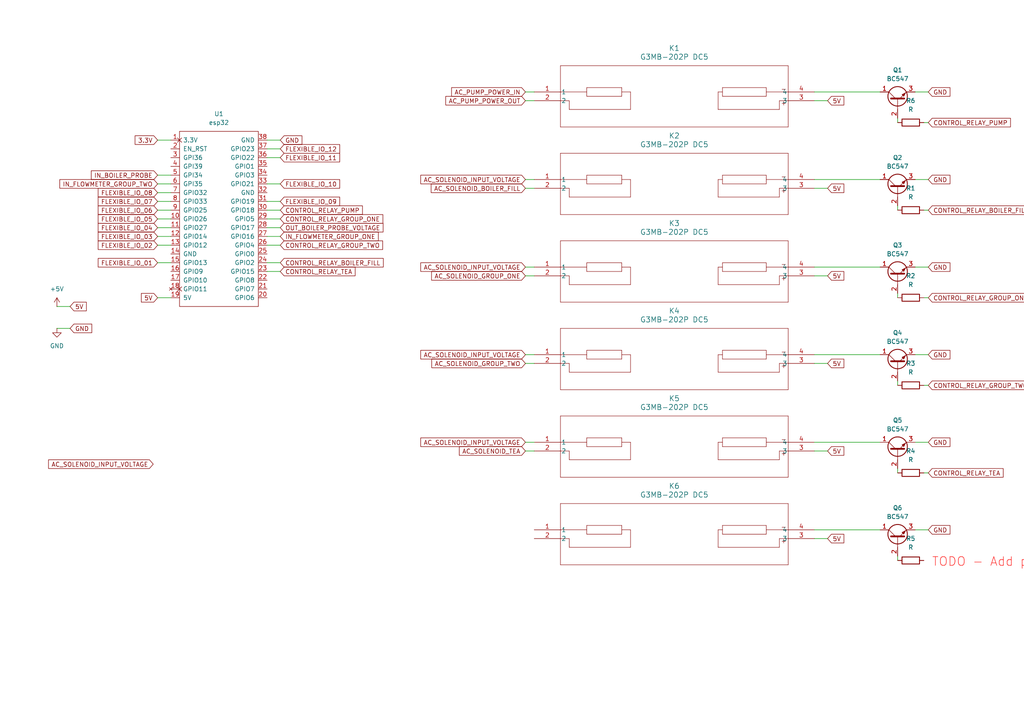
<source format=kicad_sch>
(kicad_sch (version 20250114) (generator "eeschema") (generator_version "9.0")
  (paper "A4")
  (lib_symbols
    (symbol "Device:R" (pin_numbers (hide yes)) (pin_names (offset 0))
      (property "Reference" "R" (at 2.032 0 90))
      (property "Value" "R" (at 0 0 90))
      (symbol "R_0_1"
        (rectangle (start -1.016 -2.54) (end 1.016 2.54) (stroke (width 0.254)))
      )
      (symbol "R_1_1"
        (pin passive line (at 0 3.81 270) (length 1.27) (name "~") (number "1"))
        (pin passive line (at 0 -3.81 90) (length 1.27) (name "~") (number "2"))
      )
    )
    (symbol "Transistor_BJT:BC547" (pin_names (offset 0) (hide yes))
      (property "Reference" "Q" (at 5.08 1.905 0))
      (property "Value" "BC547" (at 5.08 0 0))
      (symbol "BC547_0_1"
        (polyline (pts (xy -2.54 0) (xy 0.635 0)))
        (polyline (pts (xy 0.635 1.905) (xy 0.635 -1.905)) (stroke (width 0.508)))
        (circle (center 1.27 0) (radius 2.8194) (stroke (width 0.254)))
      )
      (symbol "BC547_1_1"
        (polyline (pts (xy 0.635 0.635) (xy 2.54 2.54)))
        (polyline (pts (xy 0.635 -0.635) (xy 2.54 -2.54)))
        (polyline (pts (xy 1.27 -1.778) (xy 1.778 -1.27) (xy 2.286 -2.286) (xy 1.27 -1.778)) (fill (type outline)))
        (pin input line (at -5.08 0 0) (length 2.54) (name "B") (number "2"))
        (pin passive line (at 2.54 5.08 270) (length 2.54) (name "C") (number "1"))
        (pin passive line (at 2.54 -5.08 90) (length 2.54) (name "E") (number "3"))
      )
    )
    (symbol "local:esp32_38_pins-custom_library" (pin_names (offset 1.016))
      (property "Reference" "U" (at -1.27 8.89 0))
      (property "Value" "esp32_38_pins-custom_library" (at 12.7 -44.45 0))
      (property "Footprint" "esp32_lora_v2:esp32_devkitv4_38pin" (at 10.16 -45.72 0))
      (property "Datasheet" "https://docs.espressif.com/projects/esp-idf/en/latest/get-started/get-started-devkitc.html" (at 0 0 0))
      (symbol "esp32_38_pins-custom_library_0_1"
        (rectangle (start -2.54 7.62) (end 20.32 -43.18))
      )
      (symbol "esp32_38_pins-custom_library_1_1"
        (pin power_out non_logic (at -5.08 5.08 0) (length 2.54) (name "3.3V") (number "1"))
        (pin bidirectional line (at -5.08 2.54 0) (length 2.54) (name "EN_RST") (number "2"))
        (pin input line (at -5.08 0 0) (length 2.54) (name "GPI36") (number "3"))
        (pin input line (at -5.08 -2.54 0) (length 2.54) (name "GPI39") (number "4"))
        (pin input line (at -5.08 -5.08 0) (length 2.54) (name "GPI34") (number "5"))
        (pin input line (at -5.08 -7.62 0) (length 2.54) (name "GPI35") (number "6"))
        (pin bidirectional line (at -5.08 -10.16 0) (length 2.54) (name "GPIO32") (number "7"))
        (pin bidirectional line (at -5.08 -12.7 0) (length 2.54) (name "GPIO33") (number "8"))
        (pin bidirectional line (at -5.08 -15.24 0) (length 2.54) (name "GPIO25") (number "9"))
        (pin bidirectional line (at -5.08 -17.78 0) (length 2.54) (name "GPIO26") (number "10"))
        (pin bidirectional line (at -5.08 -20.32 0) (length 2.54) (name "GPIO27") (number "11"))
        (pin bidirectional line (at -5.08 -22.86 0) (length 2.54) (name "GPIO14") (number "12"))
        (pin bidirectional line (at -5.08 -25.4 0) (length 2.54) (name "GPIO12") (number "13"))
        (pin power_in line (at -5.08 -27.94 0) (length 2.54) (name "GND") (number "14"))
        (pin bidirectional line (at -5.08 -30.48 0) (length 2.54) (name "GPIO13") (number "15"))
        (pin bidirectional line (at -5.08 -33.02 0) (length 2.54) (name "GPIO9") (number "16"))
        (pin bidirectional line (at -5.08 -35.56 0) (length 2.54) (name "GPIO10") (number "17"))
        (pin no_connect non_logic (at -5.08 -38.1 0) (length 2.54) (name "GPIO11") (number "18"))
        (pin power_in line (at -5.08 -40.64 0) (length 2.54) (name "5V") (number "19"))
        (pin passive line (at 22.86 5.08 180) (length 2.54) (name "GND") (number "38"))
        (pin bidirectional line (at 22.86 2.54 180) (length 2.54) (name "GPIO23") (number "37"))
        (pin bidirectional line (at 22.86 0 180) (length 2.54) (name "GPIO22") (number "36"))
        (pin bidirectional line (at 22.86 -2.54 180) (length 2.54) (name "GPIO1") (number "35"))
        (pin bidirectional line (at 22.86 -5.08 180) (length 2.54) (name "GPIO3") (number "34"))
        (pin bidirectional line (at 22.86 -7.62 180) (length 2.54) (name "GPIO21") (number "33"))
        (pin tri_state line (at 22.86 -10.16 180) (length 2.54) (name "GND") (number "32"))
        (pin bidirectional line (at 22.86 -12.7 180) (length 2.54) (name "GPIO19") (number "31"))
        (pin bidirectional line (at 22.86 -15.24 180) (length 2.54) (name "GPIO18") (number "30"))
        (pin bidirectional line (at 22.86 -17.78 180) (length 2.54) (name "GPIO5") (number "29"))
        (pin bidirectional line (at 22.86 -20.32 180) (length 2.54) (name "GPIO17") (number "28"))
        (pin bidirectional line (at 22.86 -22.86 180) (length 2.54) (name "GPIO16") (number "27"))
        (pin bidirectional line (at 22.86 -25.4 180) (length 2.54) (name "GPIO4") (number "26"))
        (pin bidirectional line (at 22.86 -27.94 180) (length 2.54) (name "GPIO0") (number "25"))
        (pin bidirectional line (at 22.86 -30.48 180) (length 2.54) (name "GPIO2") (number "24"))
        (pin bidirectional line (at 22.86 -33.02 180) (length 2.54) (name "GPIO15") (number "23"))
        (pin bidirectional line (at 22.86 -35.56 180) (length 2.54) (name "GPIO8") (number "22"))
        (pin bidirectional line (at 22.86 -38.1 180) (length 2.54) (name "GPIO7") (number "21"))
        (pin bidirectional line (at 22.86 -40.64 180) (length 2.54) (name "GPIO6") (number "20"))
      )
    )
    (symbol "new_local:G3MB-202P_DC5" (pin_names (offset 0.254))
      (property "Reference" "K" (at 40.64 12.7 0))
      (property "Value" "G3MB-202P DC5" (at 40.64 10.16 0))
      (symbol "G3MB-202P_DC5_0_1"
        (polyline (pts (xy 7.62 7.62) (xy 7.62 -10.16)) (stroke (width 0.127)))
        (polyline (pts (xy 7.62 0) (xy 15.24 0)) (stroke (width 0.127)))
        (polyline (pts (xy 7.62 -2.54) (xy 10.16 -2.54)) (stroke (width 0.127)))
        (polyline (pts (xy 7.62 -10.16) (xy 73.66 -10.16)) (stroke (width 0.127)))
        (polyline (pts (xy 10.16 -2.54) (xy 10.16 -5.08)) (stroke (width 0.127)))
        (polyline (pts (xy 10.16 -5.08) (xy 27.94 -5.08)) (stroke (width 0.127)))
        (polyline (pts (xy 15.24 1.27) (xy 15.24 -1.27)) (stroke (width 0.127)))
        (polyline (pts (xy 15.24 1.27) (xy 25.4 1.27)) (stroke (width 0.127)))
        (polyline (pts (xy 15.24 -1.27) (xy 25.4 -1.27)) (stroke (width 0.127)))
        (polyline (pts (xy 25.4 -1.27) (xy 25.4 1.27)) (stroke (width 0.127)))
        (polyline (pts (xy 27.94 0) (xy 25.4 0)) (stroke (width 0.127)))
        (polyline (pts (xy 27.94 0) (xy 27.94 -5.08)) (stroke (width 0.127)))
        (polyline (pts (xy 53.34 0) (xy 53.34 -5.08)) (stroke (width 0.127)))
        (polyline (pts (xy 53.34 0) (xy 54.61 0)) (stroke (width 0.127)))
        (polyline (pts (xy 54.61 -1.27) (xy 54.61 1.27)) (stroke (width 0.127)))
        (polyline (pts (xy 67.31 1.27) (xy 54.61 1.27)) (stroke (width 0.127)))
        (polyline (pts (xy 67.31 1.27) (xy 67.31 -1.27)) (stroke (width 0.127)))
        (polyline (pts (xy 67.31 -1.27) (xy 54.61 -1.27)) (stroke (width 0.127)))
        (polyline (pts (xy 71.12 -2.54) (xy 71.12 -5.08)) (stroke (width 0.127)))
        (polyline (pts (xy 71.12 -5.08) (xy 53.34 -5.08)) (stroke (width 0.127)))
        (polyline (pts (xy 71.882 0.762) (xy 72.898 0.762)) (stroke (width 0.127)))
        (polyline (pts (xy 71.882 -3.302) (xy 72.898 -3.302)) (stroke (width 0.127)))
        (polyline (pts (xy 72.39 -2.794) (xy 72.39 -3.81)) (stroke (width 0.127)))
        (polyline (pts (xy 73.66 7.62) (xy 7.62 7.62)) (stroke (width 0.127)))
        (polyline (pts (xy 73.66 0) (xy 67.31 0)) (stroke (width 0.127)))
        (polyline (pts (xy 73.66 -2.54) (xy 71.12 -2.54)) (stroke (width 0.127)))
        (polyline (pts (xy 73.66 -10.16) (xy 73.66 7.62)) (stroke (width 0.127)))
        (pin unspecified line (at 0 0 0) (length 7.62) (name "1") (number "1"))
        (pin unspecified line (at 0 -2.54 0) (length 7.62) (name "2") (number "2"))
        (pin unspecified line (at 81.28 0 180) (length 7.62) (name "4") (number "4"))
        (pin unspecified line (at 81.28 -2.54 180) (length 7.62) (name "3") (number "3"))
      )
    )
    (symbol "power:+5V" (power) (pin_numbers (hide yes)) (pin_names (offset 0) (hide yes))
      (property "Value" "+5V" (at 0 3.556 0))
      (symbol "+5V_0_1"
        (polyline (pts (xy -0.762 1.27) (xy 0 2.54)))
        (polyline (pts (xy 0 2.54) (xy 0.762 1.27)))
        (polyline (pts (xy 0 0) (xy 0 2.54)))
      )
      (symbol "+5V_1_1"
        (pin power_in line (at 0 0 90) (length 0) (name "~") (number "1"))
      )
    )
    (symbol "power:GND" (power) (pin_numbers (hide yes)) (pin_names (offset 0) (hide yes))
      (property "Value" "GND" (at 0 -3.81 0))
      (symbol "GND_0_1"
        (polyline (pts (xy 0 0) (xy 0 -1.27) (xy 1.27 -1.27) (xy 0 -2.54) (xy -1.27 -1.27) (xy 0 -1.27)))
      )
      (symbol "GND_1_1"
        (pin power_in line (at 0 0 270) (length 0) (name "~") (number "1"))
      )
    )
  )
  (text "TODO - Add pin here" (at 291.084 163.068 0) (effects (font (size 2.54 2.54))))
  (wire (pts (xy 267.97 86.36) (xy 269.24 86.36)))
  (wire (pts (xy 260.35 59.69) (xy 260.35 60.96)))
  (wire (pts (xy 267.97 60.96) (xy 269.24 60.96)))
  (wire (pts (xy 16.51 88.9) (xy 20.32 88.9)))
  (wire (pts (xy 77.47 76.2) (xy 81.28 76.2)))
  (wire (pts (xy 236.22 102.87) (xy 255.27 102.87)))
  (wire (pts (xy 45.72 53.34) (xy 49.53 53.34)))
  (wire (pts (xy 236.22 153.67) (xy 255.27 153.67)))
  (wire (pts (xy 16.51 95.25) (xy 20.32 95.25)))
  (wire (pts (xy 77.47 45.72) (xy 81.28 45.72)))
  (wire (pts (xy 77.47 66.04) (xy 81.28 66.04)))
  (wire (pts (xy 267.97 111.76) (xy 269.24 111.76)))
  (wire (pts (xy 260.35 85.09) (xy 260.35 86.36)))
  (wire (pts (xy 45.72 63.5) (xy 49.53 63.5)))
  (wire (pts (xy 152.4 80.01) (xy 154.94 80.01)))
  (wire (pts (xy 236.22 105.41) (xy 240.03 105.41)))
  (wire (pts (xy 152.4 77.47) (xy 154.94 77.47)))
  (wire (pts (xy 77.47 60.96) (xy 81.28 60.96)))
  (wire (pts (xy 236.22 80.01) (xy 240.03 80.01)))
  (wire (pts (xy 265.43 52.07) (xy 269.24 52.07)))
  (wire (pts (xy 236.22 128.27) (xy 255.27 128.27)))
  (wire (pts (xy 265.43 77.47) (xy 269.24 77.47)))
  (wire (pts (xy 236.22 77.47) (xy 255.27 77.47)))
  (wire (pts (xy 152.4 54.61) (xy 154.94 54.61)))
  (wire (pts (xy 77.47 63.5) (xy 81.28 63.5)))
  (wire (pts (xy 260.35 34.29) (xy 260.35 35.56)))
  (wire (pts (xy 265.43 128.27) (xy 269.24 128.27)))
  (wire (pts (xy 236.22 26.67) (xy 255.27 26.67)))
  (wire (pts (xy 77.47 53.34) (xy 81.28 53.34)))
  (wire (pts (xy 45.72 40.64) (xy 49.53 40.64)))
  (wire (pts (xy 152.4 26.67) (xy 154.94 26.67)))
  (wire (pts (xy 236.22 52.07) (xy 255.27 52.07)))
  (wire (pts (xy 77.47 43.18) (xy 81.28 43.18)))
  (wire (pts (xy 45.72 55.88) (xy 49.53 55.88)))
  (wire (pts (xy 77.47 71.12) (xy 81.28 71.12)))
  (wire (pts (xy 45.72 86.36) (xy 49.53 86.36)))
  (wire (pts (xy 152.4 29.21) (xy 154.94 29.21)))
  (wire (pts (xy 45.72 76.2) (xy 49.53 76.2)))
  (wire (pts (xy 260.35 135.89) (xy 260.35 137.16)))
  (wire (pts (xy 152.4 130.81) (xy 154.94 130.81)))
  (wire (pts (xy 77.47 78.74) (xy 81.28 78.74)))
  (wire (pts (xy 77.47 40.64) (xy 81.28 40.64)))
  (wire (pts (xy 152.4 102.87) (xy 154.94 102.87)))
  (wire (pts (xy 236.22 156.21) (xy 240.03 156.21)))
  (wire (pts (xy 45.72 66.04) (xy 49.53 66.04)))
  (wire (pts (xy 265.43 26.67) (xy 269.24 26.67)))
  (wire (pts (xy 267.97 35.56) (xy 269.24 35.56)))
  (wire (pts (xy 45.72 58.42) (xy 49.53 58.42)))
  (wire (pts (xy 236.22 130.81) (xy 240.03 130.81)))
  (wire (pts (xy 45.72 68.58) (xy 49.53 68.58)))
  (wire (pts (xy 77.47 68.58) (xy 81.28 68.58)))
  (wire (pts (xy 236.22 29.21) (xy 240.03 29.21)))
  (wire (pts (xy 152.4 128.27) (xy 154.94 128.27)))
  (wire (pts (xy 236.22 54.61) (xy 240.03 54.61)))
  (wire (pts (xy 45.72 50.8) (xy 49.53 50.8)))
  (wire (pts (xy 152.4 105.41) (xy 154.94 105.41)))
  (wire (pts (xy 267.97 137.16) (xy 269.24 137.16)))
  (wire (pts (xy 77.47 58.42) (xy 81.28 58.42)))
  (wire (pts (xy 152.4 52.07) (xy 154.94 52.07)))
  (wire (pts (xy 45.72 60.96) (xy 49.53 60.96)))
  (wire (pts (xy 265.43 102.87) (xy 269.24 102.87)))
  (wire (pts (xy 265.43 153.67) (xy 269.24 153.67)))
  (wire (pts (xy 260.35 110.49) (xy 260.35 111.76)))
  (wire (pts (xy 260.35 161.29) (xy 260.35 162.56)))
  (wire (pts (xy 45.72 71.12) (xy 49.53 71.12)))
  (global_label "FLEXIBLE_IO_12" (shape input) (at 81.28 43.18 0) (property "Intersheetrefs" "${INTERSHEET_REFS}" (effects (hide yes))))
  (global_label "AC_SOLENOID_INPUT_VOLTAGE" (shape input) (at 152.4 128.27 180) (property "Intersheetrefs" "${INTERSHEET_REFS}" (effects (hide yes))))
  (global_label "AC_SOLENOID_BOILER_FILL" (shape input) (at 152.4 54.61 180) (property "Intersheetrefs" "${INTERSHEET_REFS}" (effects (hide yes))))
  (global_label "AC_SOLENOID_TEA" (shape input) (at 152.4 130.81 180) (property "Intersheetrefs" "${INTERSHEET_REFS}" (effects (hide yes))))
  (global_label "AC_SOLENOID_GROUP_TWO" (shape input) (at 152.4 105.41 180) (property "Intersheetrefs" "${INTERSHEET_REFS}" (effects (hide yes))))
  (global_label "AC_PUMP_POWER_OUT" (shape input) (at 152.4 29.21 180) (property "Intersheetrefs" "${INTERSHEET_REFS}" (effects (hide yes))))
  (global_label "FLEXIBLE_IO_09" (shape input) (at 81.28 58.42 0) (property "Intersheetrefs" "${INTERSHEET_REFS}" (effects (hide yes))))
  (global_label "GND" (shape input) (at 269.24 102.87 0) (property "Intersheetrefs" "${INTERSHEET_REFS}" (effects (hide yes))))
  (global_label "5V" (shape input) (at 240.03 156.21 0) (property "Intersheetrefs" "${INTERSHEET_REFS}" (effects (hide yes))))
  (global_label "IN_BOILER_PROBE" (shape input) (at 45.72 50.8 180) (property "Intersheetrefs" "${INTERSHEET_REFS}" (effects (hide yes))))
  (global_label "3.3V" (shape input) (at 45.72 40.64 180) (property "Intersheetrefs" "${INTERSHEET_REFS}" (effects (hide yes))))
  (global_label "CONTROL_RELAY_BOILER_FILL" (shape input) (at 81.28 76.2 0) (property "Intersheetrefs" "${INTERSHEET_REFS}" (effects (hide yes))))
  (global_label "FLEXIBLE_IO_11" (shape input) (at 81.28 45.72 0) (property "Intersheetrefs" "${INTERSHEET_REFS}" (effects (hide yes))))
  (global_label "5V" (shape input) (at 240.03 54.61 0) (property "Intersheetrefs" "${INTERSHEET_REFS}" (effects (hide yes))))
  (global_label "5V" (shape input) (at 240.03 80.01 0) (property "Intersheetrefs" "${INTERSHEET_REFS}" (effects (hide yes))))
  (global_label "CONTROL_RELAY_TEA" (shape input) (at 81.28 78.74 0) (property "Intersheetrefs" "${INTERSHEET_REFS}" (effects (hide yes))))
  (global_label "AC_SOLENOID_INPUT_VOLTAGE" (shape input) (at 152.4 52.07 180) (property "Intersheetrefs" "${INTERSHEET_REFS}" (effects (hide yes))))
  (global_label "GND" (shape input) (at 269.24 77.47 0) (property "Intersheetrefs" "${INTERSHEET_REFS}" (effects (hide yes))))
  (global_label "OUT_BOILER_PROBE_VOLTAGE" (shape input) (at 81.28 66.04 0) (property "Intersheetrefs" "${INTERSHEET_REFS}" (effects (hide yes))))
  (global_label "FLEXIBLE_IO_10" (shape input) (at 81.28 53.34 0) (property "Intersheetrefs" "${INTERSHEET_REFS}" (effects (hide yes))))
  (global_label "AC_SOLENOID_INPUT_VOLTAGE" (shape input) (at 44.45 134.62 180) (property "Intersheetrefs" "${INTERSHEET_REFS}" (effects (hide yes))))
  (global_label "5V" (shape input) (at 240.03 29.21 0) (property "Intersheetrefs" "${INTERSHEET_REFS}" (effects (hide yes))))
  (global_label "IN_FLOWMETER_GROUP_ONE" (shape input) (at 81.28 68.58 0) (property "Intersheetrefs" "${INTERSHEET_REFS}" (effects (hide yes))))
  (global_label "CONTROL_RELAY_TEA" (shape input) (at 269.24 137.16 0) (property "Intersheetrefs" "${INTERSHEET_REFS}" (effects (hide yes))))
  (global_label "AC_SOLENOID_INPUT_VOLTAGE" (shape input) (at 152.4 77.47 180) (property "Intersheetrefs" "${INTERSHEET_REFS}" (effects (hide yes))))
  (global_label "5V" (shape input) (at 20.32 88.9 0) (property "Intersheetrefs" "${INTERSHEET_REFS}" (effects (hide yes))))
  (global_label "IN_FLOWMETER_GROUP_TWO" (shape input) (at 45.72 53.34 180) (property "Intersheetrefs" "${INTERSHEET_REFS}" (effects (hide yes))))
  (global_label "FLEXIBLE_IO_05" (shape input) (at 45.72 63.5 180) (property "Intersheetrefs" "${INTERSHEET_REFS}" (effects (hide yes))))
  (global_label "CONTROL_RELAY_BOILER_FILL" (shape input) (at 269.24 60.96 0) (property "Intersheetrefs" "${INTERSHEET_REFS}" (effects (hide yes))))
  (global_label "AC_SOLENOID_INPUT_VOLTAGE" (shape input) (at 152.4 102.87 180) (property "Intersheetrefs" "${INTERSHEET_REFS}" (effects (hide yes))))
  (global_label "FLEXIBLE_IO_06" (shape input) (at 45.72 60.96 180) (property "Intersheetrefs" "${INTERSHEET_REFS}" (effects (hide yes))))
  (global_label "FLEXIBLE_IO_04" (shape input) (at 45.72 66.04 180) (property "Intersheetrefs" "${INTERSHEET_REFS}" (effects (hide yes))))
  (global_label "FLEXIBLE_IO_07" (shape input) (at 45.72 58.42 180) (property "Intersheetrefs" "${INTERSHEET_REFS}" (effects (hide yes))))
  (global_label "GND" (shape input) (at 269.24 153.67 0) (property "Intersheetrefs" "${INTERSHEET_REFS}" (effects (hide yes))))
  (global_label "CONTROL_RELAY_PUMP" (shape input) (at 269.24 35.56 0) (property "Intersheetrefs" "${INTERSHEET_REFS}" (effects (hide yes))))
  (global_label "CONTROL_RELAY_GROUP_ONE" (shape input) (at 81.28 63.5 0) (property "Intersheetrefs" "${INTERSHEET_REFS}" (effects (hide yes))))
  (global_label "GND" (shape input) (at 269.24 26.67 0) (property "Intersheetrefs" "${INTERSHEET_REFS}" (effects (hide yes))))
  (global_label "FLEXIBLE_IO_01" (shape input) (at 45.72 76.2 180) (property "Intersheetrefs" "${INTERSHEET_REFS}" (effects (hide yes))))
  (global_label "GND" (shape input) (at 20.32 95.25 0) (property "Intersheetrefs" "${INTERSHEET_REFS}" (effects (hide yes))))
  (global_label "AC_PUMP_POWER_IN" (shape input) (at 152.4 26.67 180) (property "Intersheetrefs" "${INTERSHEET_REFS}" (effects (hide yes))))
  (global_label "CONTROL_RELAY_GROUP_ONE" (shape input) (at 269.24 86.36 0) (property "Intersheetrefs" "${INTERSHEET_REFS}" (effects (hide yes))))
  (global_label "5V" (shape input) (at 45.72 86.36 180) (property "Intersheetrefs" "${INTERSHEET_REFS}" (effects (hide yes))))
  (global_label "FLEXIBLE_IO_08" (shape input) (at 45.72 55.88 180) (property "Intersheetrefs" "${INTERSHEET_REFS}" (effects (hide yes))))
  (global_label "5V" (shape input) (at 240.03 105.41 0) (property "Intersheetrefs" "${INTERSHEET_REFS}" (effects (hide yes))))
  (global_label "CONTROL_RELAY_GROUP_TWO" (shape input) (at 269.24 111.76 0) (property "Intersheetrefs" "${INTERSHEET_REFS}" (effects (hide yes))))
  (global_label "FLEXIBLE_IO_03" (shape input) (at 45.72 68.58 180) (property "Intersheetrefs" "${INTERSHEET_REFS}" (effects (hide yes))))
  (global_label "CONTROL_RELAY_GROUP_TWO" (shape input) (at 81.28 71.12 0) (property "Intersheetrefs" "${INTERSHEET_REFS}" (effects (hide yes))))
  (global_label "GND" (shape input) (at 269.24 128.27 0) (property "Intersheetrefs" "${INTERSHEET_REFS}" (effects (hide yes))))
  (global_label "GND" (shape input) (at 81.28 40.64 0) (property "Intersheetrefs" "${INTERSHEET_REFS}" (effects (hide yes))))
  (global_label "CONTROL_RELAY_PUMP" (shape input) (at 81.28 60.96 0) (property "Intersheetrefs" "${INTERSHEET_REFS}" (effects (hide yes))))
  (global_label "FLEXIBLE_IO_02" (shape input) (at 45.72 71.12 180) (property "Intersheetrefs" "${INTERSHEET_REFS}" (effects (hide yes))))
  (global_label "5V" (shape input) (at 240.03 130.81 0) (property "Intersheetrefs" "${INTERSHEET_REFS}" (effects (hide yes))))
  (global_label "GND" (shape input) (at 269.24 52.07 0) (property "Intersheetrefs" "${INTERSHEET_REFS}" (effects (hide yes))))
  (global_label "AC_SOLENOID_GROUP_ONE" (shape input) (at 152.4 80.01 180) (property "Intersheetrefs" "${INTERSHEET_REFS}" (effects (hide yes))))
  (symbol (lib_id "Device:R") (at 264.16 86.36 270) (unit 1)
    (property "Reference" "R2" (at 264.16 80.01 90))
    (property "Value" "R" (at 264.16 82.55 90))
    (property "Footprint" "Resistor_THT:R_Axial_DIN0207_L6.3mm_D2.5mm_P7.62mm_Horizontal" (effects (hide yes)))
    (property "Description" "Resistor" (effects (hide yes)))
  )
  (symbol (lib_id "Transistor_BJT:BC547") (at 260.35 54.61 90) (unit 1)
    (property "Reference" "Q2" (at 260.35 45.72 90))
    (property "Value" "BC547" (at 260.35 48.26 90))
    (property "Footprint" "Package_TO_SOT_THT:TO-92_Inline" (effects (hide yes)))
    (property "Datasheet" "https://www.onsemi.com/pub/Collateral/BC550-D.pdf" (effects (hide yes)))
    (property "Description" "0.1A Ic, 45V Vce, Small Signal NPN Transistor, TO-92" (effects (hide yes)))
  )
  (symbol (lib_id "Transistor_BJT:BC547") (at 260.35 105.41 90) (unit 1)
    (property "Reference" "Q4" (at 260.35 96.52 90))
    (property "Value" "BC547" (at 260.35 99.06 90))
    (property "Footprint" "Package_TO_SOT_THT:TO-92_Inline" (effects (hide yes)))
    (property "Datasheet" "https://www.onsemi.com/pub/Collateral/BC550-D.pdf" (effects (hide yes)))
    (property "Description" "0.1A Ic, 45V Vce, Small Signal NPN Transistor, TO-92" (effects (hide yes)))
  )
  (symbol (lib_id "new_local:G3MB-202P_DC5") (at 154.94 153.67 0) (unit 1)
    (property "Reference" "K6" (at 195.58 140.97 0) (effects (font (size 1.524 1.524))))
    (property "Value" "G3MB-202P DC5" (at 195.58 143.51 0) (effects (font (size 1.524 1.524))))
    (property "Footprint" "G3MB-202P DC5_OMR" (effects (hide yes)))
    (property "Datasheet" "G3MB-202P DC5" (effects (hide yes)))
  )
  (symbol (lib_id "local:esp32_38_pins-custom_library") (at 54.61 45.72 0) (unit 1)
    (property "Reference" "U1" (at 63.5 33.02 0))
    (property "Value" "esp32" (at 63.5 35.56 0))
    (property "Footprint" "esp32_lora_v2:esp32_devkitv4_38pin" (effects (hide yes)))
    (property "Datasheet" "https://docs.espressif.com/projects/esp-idf/en/latest/get-started/get-started-devkitc.html" (effects (hide yes)))
  )
  (symbol (lib_id "Device:R") (at 264.16 111.76 90) (unit 1)
    (property "Reference" "R3" (at 264.16 105.41 90))
    (property "Value" "R" (at 264.16 107.95 90))
    (property "Footprint" "Resistor_THT:R_Axial_DIN0207_L6.3mm_D2.5mm_P7.62mm_Horizontal" (effects (hide yes)))
    (property "Description" "Resistor" (effects (hide yes)))
  )
  (symbol (lib_id "Transistor_BJT:BC547") (at 260.35 80.01 90) (unit 1)
    (property "Reference" "Q3" (at 260.35 71.12 90))
    (property "Value" "BC547" (at 260.35 73.66 90))
    (property "Footprint" "Package_TO_SOT_THT:TO-92_Inline" (effects (hide yes)))
    (property "Datasheet" "https://www.onsemi.com/pub/Collateral/BC550-D.pdf" (effects (hide yes)))
    (property "Description" "0.1A Ic, 45V Vce, Small Signal NPN Transistor, TO-92" (effects (hide yes)))
  )
  (symbol (lib_id "Transistor_BJT:BC547") (at 260.35 130.81 90) (unit 1)
    (property "Reference" "Q5" (at 260.35 121.92 90))
    (property "Value" "BC547" (at 260.35 124.46 90))
    (property "Footprint" "Package_TO_SOT_THT:TO-92_Inline" (effects (hide yes)))
    (property "Datasheet" "https://www.onsemi.com/pub/Collateral/BC550-D.pdf" (effects (hide yes)))
    (property "Description" "0.1A Ic, 45V Vce, Small Signal NPN Transistor, TO-92" (effects (hide yes)))
  )
  (symbol (lib_id "new_local:G3MB-202P_DC5") (at 154.94 77.47 0) (unit 1)
    (property "Reference" "K3" (at 195.58 64.77 0) (effects (font (size 1.524 1.524))))
    (property "Value" "G3MB-202P DC5" (at 195.58 67.31 0) (effects (font (size 1.524 1.524))))
    (property "Footprint" "G3MB-202P DC5_OMR" (effects (hide yes)))
    (property "Datasheet" "G3MB-202P DC5" (effects (hide yes)))
  )
  (symbol (lib_id "new_local:G3MB-202P_DC5") (at 154.94 128.27 0) (unit 1)
    (property "Reference" "K5" (at 195.58 115.57 0) (effects (font (size 1.524 1.524))))
    (property "Value" "G3MB-202P DC5" (at 195.58 118.11 0) (effects (font (size 1.524 1.524))))
    (property "Footprint" "G3MB-202P DC5_OMR" (effects (hide yes)))
    (property "Datasheet" "G3MB-202P DC5" (effects (hide yes)))
  )
  (symbol (lib_id "new_local:G3MB-202P_DC5") (at 154.94 52.07 0) (unit 1)
    (property "Reference" "K2" (at 195.58 39.37 0) (effects (font (size 1.524 1.524))))
    (property "Value" "G3MB-202P DC5" (at 195.58 41.91 0) (effects (font (size 1.524 1.524))))
    (property "Footprint" "G3MB-202P DC5_OMR" (effects (hide yes)))
    (property "Datasheet" "G3MB-202P DC5" (effects (hide yes)))
  )
  (symbol (lib_id "Device:R") (at 264.16 60.96 90) (unit 1)
    (property "Reference" "R1" (at 264.16 54.61 90))
    (property "Value" "R" (at 264.16 57.15 90))
    (property "Footprint" "Resistor_THT:R_Axial_DIN0207_L6.3mm_D2.5mm_P7.62mm_Horizontal" (effects (hide yes)))
    (property "Description" "Resistor" (effects (hide yes)))
  )
  (symbol (lib_id "power:GND") (at 16.51 95.25 0) (unit 1)
    (property "Reference" "#PWR02" (effects (hide yes)))
    (property "Value" "GND" (at 16.51 100.33 0))
    (property "Description" "Power symbol creates a global label with name \"GND\" , ground" (effects (hide yes)))
  )
  (symbol (lib_id "power:+5V") (at 16.51 88.9 0) (unit 1)
    (property "Reference" "#PWR01" (effects (hide yes)))
    (property "Value" "+5V" (at 16.51 83.82 0))
    (property "Description" "Power symbol creates a global label with name \"+5V\"" (effects (hide yes)))
  )
  (symbol (lib_id "new_local:G3MB-202P_DC5") (at 154.94 26.67 0) (unit 1)
    (property "Reference" "K1" (at 195.58 13.97 0) (effects (font (size 1.524 1.524))))
    (property "Value" "G3MB-202P DC5" (at 195.58 16.51 0) (effects (font (size 1.524 1.524))))
    (property "Footprint" "G3MB-202P DC5_OMR" (effects (hide yes)))
    (property "Datasheet" "G3MB-202P DC5" (effects (hide yes)))
  )
  (symbol (lib_id "Device:R") (at 264.16 162.56 90) (unit 1)
    (property "Reference" "R5" (at 264.16 156.21 90))
    (property "Value" "R" (at 264.16 158.75 90))
    (property "Footprint" "Resistor_THT:R_Axial_DIN0207_L6.3mm_D2.5mm_P7.62mm_Horizontal" (effects (hide yes)))
    (property "Description" "Resistor" (effects (hide yes)))
  )
  (symbol (lib_id "Device:R") (at 264.16 35.56 90) (unit 1)
    (property "Reference" "R6" (at 264.16 29.21 90))
    (property "Value" "R" (at 264.16 31.75 90))
    (property "Footprint" "Resistor_THT:R_Axial_DIN0207_L6.3mm_D2.5mm_P7.62mm_Horizontal" (effects (hide yes)))
    (property "Description" "Resistor" (effects (hide yes)))
  )
  (symbol (lib_id "Transistor_BJT:BC547") (at 260.35 156.21 90) (unit 1)
    (property "Reference" "Q6" (at 260.35 147.32 90))
    (property "Value" "BC547" (at 260.35 149.86 90))
    (property "Footprint" "Package_TO_SOT_THT:TO-92_Inline" (effects (hide yes)))
    (property "Datasheet" "https://www.onsemi.com/pub/Collateral/BC550-D.pdf" (effects (hide yes)))
    (property "Description" "0.1A Ic, 45V Vce, Small Signal NPN Transistor, TO-92" (effects (hide yes)))
  )
  (symbol (lib_id "Device:R") (at 264.16 137.16 90) (unit 1)
    (property "Reference" "R4" (at 264.16 130.81 90))
    (property "Value" "R" (at 264.16 133.35 90))
    (property "Footprint" "Resistor_THT:R_Axial_DIN0207_L6.3mm_D2.5mm_P7.62mm_Horizontal" (effects (hide yes)))
    (property "Description" "Resistor" (effects (hide yes)))
  )
  (symbol (lib_id "Transistor_BJT:BC547") (at 260.35 29.21 90) (unit 1)
    (property "Reference" "Q1" (at 260.35 20.32 90))
    (property "Value" "BC547" (at 260.35 22.86 90))
    (property "Footprint" "Package_TO_SOT_THT:TO-92_Inline" (effects (hide yes)))
    (property "Datasheet" "https://www.onsemi.com/pub/Collateral/BC550-D.pdf" (effects (hide yes)))
    (property "Description" "0.1A Ic, 45V Vce, Small Signal NPN Transistor, TO-92" (effects (hide yes)))
  )
  (symbol (lib_id "new_local:G3MB-202P_DC5") (at 154.94 102.87 0) (unit 1)
    (property "Reference" "K4" (at 195.58 90.17 0) (effects (font (size 1.524 1.524))))
    (property "Value" "G3MB-202P DC5" (at 195.58 92.71 0) (effects (font (size 1.524 1.524))))
    (property "Footprint" "G3MB-202P DC5_OMR" (effects (hide yes)))
    (property "Datasheet" "G3MB-202P DC5" (effects (hide yes)))
  )
)
</source>
